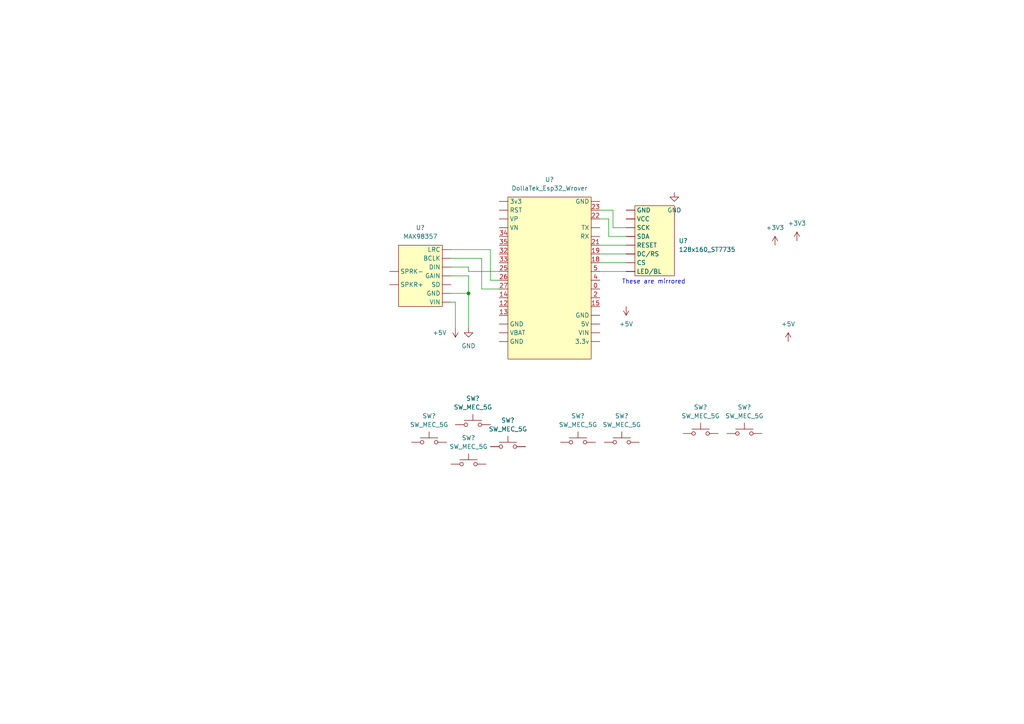
<source format=kicad_sch>
(kicad_sch (version 20211123) (generator eeschema)
  (paper "A4")
  (lib_symbols
    (symbol "Espressif:DollaTek_Esp32_Wrover"
      (property "Reference" "U" (at 0 -7.62 0))
      (property "Value" "DollaTek_Esp32_Wrover" (at 0 -13.97 0))
      (symbol "DollaTek_Esp32_Wrover_0_1"
        (rectangle (start -12.7 35.56) (end 11.43 -11.43) (fill (type background)))
      )
      (symbol "DollaTek_Esp32_Wrover_1_1"
        (pin bidirectional line (at 13.97 -6.35 180) (length 2.54) (name "3.3v") (number ""))
        (pin bidirectional line (at -15.24 34.29 0) (length 2.54) (name "3v3") (number ""))
        (pin bidirectional line (at 13.97 -1.27 180) (length 2.54) (name "5V") (number ""))
        (pin bidirectional line (at -15.24 -6.35 0) (length 2.54) (name "GND") (number ""))
        (pin bidirectional line (at -15.24 -1.27 0) (length 2.54) (name "GND") (number ""))
        (pin bidirectional line (at 13.97 1.27 180) (length 2.54) (name "GND") (number ""))
        (pin input line (at 13.97 34.29 180) (length 2.54) (name "GND") (number ""))
        (pin bidirectional line (at -15.24 31.75 0) (length 2.54) (name "RST") (number ""))
        (pin bidirectional line (at 13.97 24.13 180) (length 2.54) (name "RX") (number ""))
        (pin bidirectional line (at 13.97 26.67 180) (length 2.54) (name "TX") (number ""))
        (pin bidirectional line (at -15.24 -3.81 0) (length 2.54) (name "VBAT") (number ""))
        (pin bidirectional line (at 13.97 -3.81 180) (length 2.54) (name "VIN") (number ""))
        (pin bidirectional line (at -15.24 26.67 0) (length 2.54) (name "VN") (number ""))
        (pin bidirectional line (at -15.24 29.21 0) (length 2.54) (name "VP") (number ""))
        (pin bidirectional line (at 13.97 8.89 180) (length 2.54) (name "") (number "0"))
        (pin bidirectional line (at -15.24 3.81 0) (length 2.54) (name "") (number "12"))
        (pin bidirectional line (at -15.24 1.27 0) (length 2.54) (name "") (number "13"))
        (pin bidirectional line (at -15.24 6.35 0) (length 2.54) (name "") (number "14"))
        (pin bidirectional line (at 13.97 3.81 180) (length 2.54) (name "") (number "15"))
        (pin bidirectional line (at 13.97 16.51 180) (length 2.54) (name "") (number "18"))
        (pin bidirectional line (at 13.97 19.05 180) (length 2.54) (name "") (number "19"))
        (pin bidirectional line (at 13.97 6.35 180) (length 2.54) (name "") (number "2"))
        (pin bidirectional line (at 13.97 21.59 180) (length 2.54) (name "") (number "21"))
        (pin bidirectional line (at 13.97 29.21 180) (length 2.54) (name "") (number "22"))
        (pin bidirectional line (at 13.97 31.75 180) (length 2.54) (name "") (number "23"))
        (pin bidirectional line (at -15.24 13.97 0) (length 2.54) (name "") (number "25"))
        (pin bidirectional line (at -15.24 11.43 0) (length 2.54) (name "") (number "26"))
        (pin bidirectional line (at -15.24 8.89 0) (length 2.54) (name "") (number "27"))
        (pin bidirectional line (at -15.24 19.05 0) (length 2.54) (name "") (number "32"))
        (pin bidirectional line (at -15.24 16.51 0) (length 2.54) (name "") (number "33"))
        (pin bidirectional line (at -15.24 24.13 0) (length 2.54) (name "") (number "34"))
        (pin bidirectional line (at -15.24 21.59 0) (length 2.54) (name "") (number "35"))
        (pin bidirectional line (at 13.97 11.43 180) (length 2.54) (name "") (number "4"))
        (pin bidirectional line (at 13.97 13.97 180) (length 2.54) (name "") (number "5"))
      )
    )
    (symbol "Switch:SW_MEC_5G" (pin_numbers hide) (pin_names (offset 1.016) hide)
      (property "Reference" "SW" (at 1.27 2.54 0))
      (property "Value" "SW_MEC_5G" (at 0 -1.524 0))
      (symbol "SW_MEC_5G_0_1"
        (circle (center -2.032 0) (radius 0.508))
        (polyline (pts (xy 0 1.27) (xy 0 3.048)))
        (polyline (pts (xy 2.54 1.27) (xy -2.54 1.27)))
        (circle (center 2.032 0) (radius 0.508))
        (pin passive line (at -5.08 0 0) (length 2.54) (name "A") (number "1"))
        (pin passive line (at 5.08 0 180) (length 2.54) (name "B") (number "3"))
      )
      (symbol "SW_MEC_5G_1_1"
        (pin passive line (at -5.08 0 0) (length 2.54) hide (name "A") (number "2"))
        (pin passive line (at 5.08 0 180) (length 2.54) hide (name "B") (number "4"))
      )
    )
    (symbol "picopico:128x160_ST7735"
      (property "Reference" "U" (at 0 -11.43 0))
      (property "Value" "128x160_ST7735" (at 0 -8.89 0))
      (symbol "128x160_ST7735_0_1"
        (rectangle (start -6.35 12.7) (end 5.08 -7.62) (fill (type background)))
      )
      (symbol "128x160_ST7735_1_1"
        (pin bidirectional line (at -8.89 -3.81 0) (length 2.54) (name "CS") (number ""))
        (pin bidirectional line (at -8.89 -1.27 0) (length 2.54) (name "DC/RS") (number ""))
        (pin bidirectional line (at -8.89 11.43 0) (length 2.54) (name "GND") (number ""))
        (pin bidirectional line (at -8.89 -6.35 0) (length 2.54) (name "LED/BL") (number ""))
        (pin bidirectional line (at -8.89 1.27 0) (length 2.54) (name "RESET") (number ""))
        (pin bidirectional line (at -8.89 6.35 0) (length 2.54) (name "SCK") (number ""))
        (pin bidirectional line (at -8.89 3.81 0) (length 2.54) (name "SDA") (number ""))
        (pin bidirectional line (at -8.89 8.89 0) (length 2.54) (name "VCC") (number ""))
      )
    )
    (symbol "picopico:MAX98357"
      (property "Reference" "U" (at 10.16 5.08 0))
      (property "Value" "MAX98357" (at 13.97 7.62 0))
      (symbol "MAX98357_0_1"
        (rectangle (start -8.89 11.43) (end 8.89 -1.27) (fill (type background)))
      )
      (symbol "MAX98357_1_1"
        (pin bidirectional line (at -5.08 -3.81 90) (length 2.54) (name "BCLK") (number ""))
        (pin bidirectional line (at -2.54 -3.81 90) (length 2.54) (name "DIN") (number ""))
        (pin bidirectional line (at 0 -3.81 90) (length 2.54) (name "GAIN") (number ""))
        (pin bidirectional line (at 5.08 -3.81 90) (length 2.54) (name "GND") (number ""))
        (pin bidirectional line (at -7.62 -3.81 90) (length 2.54) (name "LRC") (number ""))
        (pin bidirectional line (at 2.54 -3.81 90) (length 2.54) (name "SD") (number ""))
        (pin bidirectional line (at 2.54 13.97 270) (length 2.54) (name "SPKR+") (number ""))
        (pin bidirectional line (at -1.27 13.97 270) (length 2.54) (name "SPRK-") (number ""))
        (pin bidirectional line (at 7.62 -3.81 90) (length 2.54) (name "VIN") (number ""))
      )
    )
    (symbol "power:+3V3" (power) (pin_names (offset 0))
      (property "Value" "+3V3" (at 0 3.556 0))
      (symbol "+3V3_0_1"
        (polyline (pts (xy -0.762 1.27) (xy 0 2.54)))
        (polyline (pts (xy 0 0) (xy 0 2.54)))
        (polyline (pts (xy 0 2.54) (xy 0.762 1.27)))
      )
      (symbol "+3V3_1_1"
        (pin power_in line (at 0 0 90) (length 0) hide (name "+3V3") (number "1"))
      )
    )
    (symbol "power:+5V" (power) (pin_names (offset 0))
      (property "Value" "+5V" (at 0 3.556 0))
      (symbol "+5V_0_1"
        (polyline (pts (xy -0.762 1.27) (xy 0 2.54)))
        (polyline (pts (xy 0 0) (xy 0 2.54)))
        (polyline (pts (xy 0 2.54) (xy 0.762 1.27)))
      )
      (symbol "+5V_1_1"
        (pin power_in line (at 0 0 90) (length 0) hide (name "+5V") (number "1"))
      )
    )
    (symbol "power:GND" (power) (pin_names (offset 0))
      (property "Value" "GND" (at 0 -3.81 0))
      (symbol "GND_0_1"
        (polyline (pts (xy 0 0) (xy 0 -1.27) (xy 1.27 -1.27) (xy 0 -2.54) (xy -1.27 -1.27) (xy 0 -1.27)))
      )
      (symbol "GND_1_1"
        (pin power_in line (at 0 0 270) (length 0) hide (name "GND") (number "1"))
      )
    )
  )
  (junction (at 135.89 85.09))
  (wire (pts (xy 132.08 87.63) (xy 132.08 95.25)))
  (wire (pts (xy 130.81 80.01) (xy 135.89 80.01)))
  (wire (pts (xy 130.81 77.47) (xy 135.89 77.47)))
  (wire (pts (xy 142.24 72.39) (xy 142.24 81.28)))
  (wire (pts (xy 135.89 77.47) (xy 135.89 78.74)))
  (wire (pts (xy 173.99 76.2) (xy 181.61 76.2)))
  (wire (pts (xy 176.53 68.58) (xy 176.53 63.5)))
  (wire (pts (xy 130.81 74.93) (xy 139.7 74.93)))
  (wire (pts (xy 173.99 73.66) (xy 181.61 73.66)))
  (wire (pts (xy 177.8 66.04) (xy 181.61 66.04)))
  (wire (pts (xy 132.08 87.63) (xy 130.81 87.63)))
  (wire (pts (xy 135.89 80.01) (xy 135.89 85.09)))
  (wire (pts (xy 173.99 71.12) (xy 181.61 71.12)))
  (wire (pts (xy 142.24 81.28) (xy 144.78 81.28)))
  (wire (pts (xy 173.99 78.74) (xy 181.61 78.74)))
  (wire (pts (xy 176.53 68.58) (xy 181.61 68.58)))
  (wire (pts (xy 177.8 60.96) (xy 177.8 66.04)))
  (wire (pts (xy 173.99 60.96) (xy 177.8 60.96)))
  (wire (pts (xy 135.89 78.74) (xy 144.78 78.74)))
  (wire (pts (xy 139.7 83.82) (xy 144.78 83.82)))
  (wire (pts (xy 176.53 63.5) (xy 173.99 63.5)))
  (wire (pts (xy 130.81 85.09) (xy 135.89 85.09)))
  (wire (pts (xy 130.81 72.39) (xy 142.24 72.39)))
  (wire (pts (xy 139.7 74.93) (xy 139.7 83.82)))
  (wire (pts (xy 135.89 85.09) (xy 135.89 95.25)))
  (text "These are mirrored\n" (at 180.34 82.55 0) (effects (font (size 1.27 1.27)) (justify left bottom)))
  (symbol (lib_id "power:+5V") (at 181.61 88.9 0) (mirror x) (unit 1)
    (property "Reference" "#PWR?" (effects hide))
    (property "Value" "+5V" (at 181.61 93.98 0))
  )
  (symbol (lib_id "picopico:MAX98357") (at 127 80.01 90) (mirror x) (unit 1)
    (property "Reference" "U?" (at 121.92 66.04 90))
    (property "Value" "MAX98357" (at 121.92 68.58 90))
  )
  (symbol (lib_id "Switch:SW_MEC_5G") (at 203.2 125.73 0) (unit 1)
    (property "Reference" "SW?" (at 203.2 118.11 0))
    (property "Value" "SW_MEC_5G" (at 203.2 120.65 0))
    (property "Datasheet" "http://www.apem.com/int/index.php?controller=attachment&id_attachment=488" (effects hide))
  )
  (symbol (lib_id "Espressif:DollaTek_Esp32_Wrover") (at 160.02 92.71 0) (unit 1)
    (property "Reference" "U?" (at 159.385 52.07 0))
    (property "Value" "DollaTek_Esp32_Wrover" (at 159.385 54.61 0))
  )
  (symbol (lib_id "Switch:SW_MEC_5G") (at 167.64 128.27 0) (unit 1)
    (property "Reference" "SW?" (at 167.64 120.65 0))
    (property "Value" "SW_MEC_5G" (at 167.64 123.19 0))
    (property "Datasheet" "http://www.apem.com/int/index.php?controller=attachment&id_attachment=488" (effects hide))
  )
  (symbol (lib_id "Switch:SW_MEC_5G") (at 135.89 134.62 0) (unit 1)
    (property "Reference" "SW?" (at 135.89 127 0))
    (property "Value" "SW_MEC_5G" (at 135.89 129.54 0))
    (property "Datasheet" "http://www.apem.com/int/index.php?controller=attachment&id_attachment=488" (effects hide))
  )
  (symbol (lib_id "Switch:SW_MEC_5G") (at 124.46 128.27 0) (unit 1)
    (property "Reference" "SW?" (at 124.46 120.65 0))
    (property "Value" "SW_MEC_5G" (at 124.46 123.19 0))
    (property "Datasheet" "http://www.apem.com/int/index.php?controller=attachment&id_attachment=488" (effects hide))
  )
  (symbol (lib_id "Switch:SW_MEC_5G") (at 137.16 123.19 0) (unit 1)
    (property "Reference" "SW?" (at 137.16 115.57 0))
    (property "Value" "SW_MEC_5G" (at 137.16 118.11 0))
    (property "Datasheet" "http://www.apem.com/int/index.php?controller=attachment&id_attachment=488" (effects hide))
  )
  (symbol (lib_id "power:+3V3") (at 231.14 69.85 0) (unit 1)
    (property "Reference" "#PWR?" (effects hide))
    (property "Value" "+3V3" (at 231.14 64.77 0))
  )
  (symbol (lib_id "power:+3V3") (at 224.79 71.12 0) (unit 1)
    (property "Reference" "#PWR?" (effects hide))
    (property "Value" "+3V3" (at 224.79 66.04 0))
  )
  (symbol (lib_id "Switch:SW_MEC_5G") (at 215.9 125.73 0) (unit 1)
    (property "Reference" "SW?" (at 215.9 118.11 0))
    (property "Value" "SW_MEC_5G" (at 215.9 120.65 0))
    (property "Datasheet" "http://www.apem.com/int/index.php?controller=attachment&id_attachment=488" (effects hide))
  )
  (symbol (lib_id "Switch:SW_MEC_5G") (at 147.32 129.54 0) (unit 1)
    (property "Reference" "SW?" (at 147.32 121.92 0))
    (property "Value" "SW_MEC_5G" (at 147.32 124.46 0))
    (property "Datasheet" "http://www.apem.com/int/index.php?controller=attachment&id_attachment=488" (effects hide))
  )
  (symbol (lib_id "power:GND") (at 195.58 55.88 0) (unit 1)
    (property "Reference" "#PWR?" (effects hide))
    (property "Value" "GND" (at 195.58 60.96 0))
  )
  (symbol (lib_id "power:+5V") (at 132.08 95.25 0) (mirror x) (unit 1)
    (property "Reference" "#PWR?" (effects hide))
    (property "Value" "+5V" (at 129.54 96.5199 0) (effects (justify right)))
  )
  (symbol (lib_id "power:GND") (at 135.89 95.25 0) (unit 1)
    (property "Reference" "#PWR?" (effects hide))
    (property "Value" "GND" (at 135.89 100.33 0))
  )
  (symbol (lib_id "Switch:SW_MEC_5G") (at 180.34 128.27 0) (unit 1)
    (property "Reference" "SW?" (at 180.34 120.65 0))
    (property "Value" "SW_MEC_5G" (at 180.34 123.19 0))
    (property "Datasheet" "http://www.apem.com/int/index.php?controller=attachment&id_attachment=488" (effects hide))
  )
  (symbol (lib_id "picopico:128x160_ST7735") (at 190.5 72.39 0) (unit 1)
    (property "Reference" "U?" (at 196.85 69.8499 0) (effects (justify left)))
    (property "Value" "128x160_ST7735" (at 196.85 72.3899 0) (effects (justify left)))
  )
  (symbol (lib_id "power:+5V") (at 228.6 99.06 0) (unit 1)
    (property "Reference" "#PWR?" (effects hide))
    (property "Value" "+5V" (at 228.6 93.98 0))
  )
)
</source>
